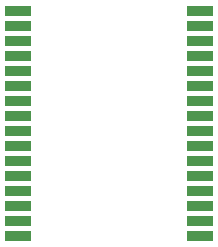
<source format=gtp>
G04 #@! TF.GenerationSoftware,KiCad,Pcbnew,(5.1.9)-1*
G04 #@! TF.CreationDate,2023-02-14T09:35:45+01:00*
G04 #@! TF.ProjectId,Stlink,53746c69-6e6b-42e6-9b69-6361645f7063,rev?*
G04 #@! TF.SameCoordinates,PXd59f80PY14fb180*
G04 #@! TF.FileFunction,Paste,Top*
G04 #@! TF.FilePolarity,Positive*
%FSLAX46Y46*%
G04 Gerber Fmt 4.6, Leading zero omitted, Abs format (unit mm)*
G04 Created by KiCad (PCBNEW (5.1.9)-1) date 2023-02-14 09:35:45*
%MOMM*%
%LPD*%
G01*
G04 APERTURE LIST*
%ADD10R,2.200000X0.900000*%
G04 APERTURE END LIST*
D10*
X1698970Y-3275000D03*
X1698970Y-14705000D03*
X1698970Y-15975000D03*
X1698970Y-17245000D03*
X1698970Y-18515000D03*
X1698970Y-19785000D03*
X1698970Y-21055000D03*
X1698970Y-22325000D03*
X17101030Y-22325000D03*
X17101030Y-21055000D03*
X17101030Y-19785000D03*
X1698970Y-4545000D03*
X17101030Y-18515000D03*
X17101030Y-17245000D03*
X17101030Y-15975000D03*
X17101030Y-14705000D03*
X17101030Y-13435000D03*
X17101030Y-12165000D03*
X17101030Y-10895000D03*
X17101030Y-9625000D03*
X17101030Y-8355000D03*
X17101030Y-7085000D03*
X1698970Y-5815000D03*
X17101030Y-5815000D03*
X17101030Y-4545000D03*
X17101030Y-3275000D03*
X1698970Y-7085000D03*
X1698970Y-8355000D03*
X1698970Y-9625000D03*
X1698970Y-10895000D03*
X1698970Y-12165000D03*
X1698970Y-13435000D03*
M02*

</source>
